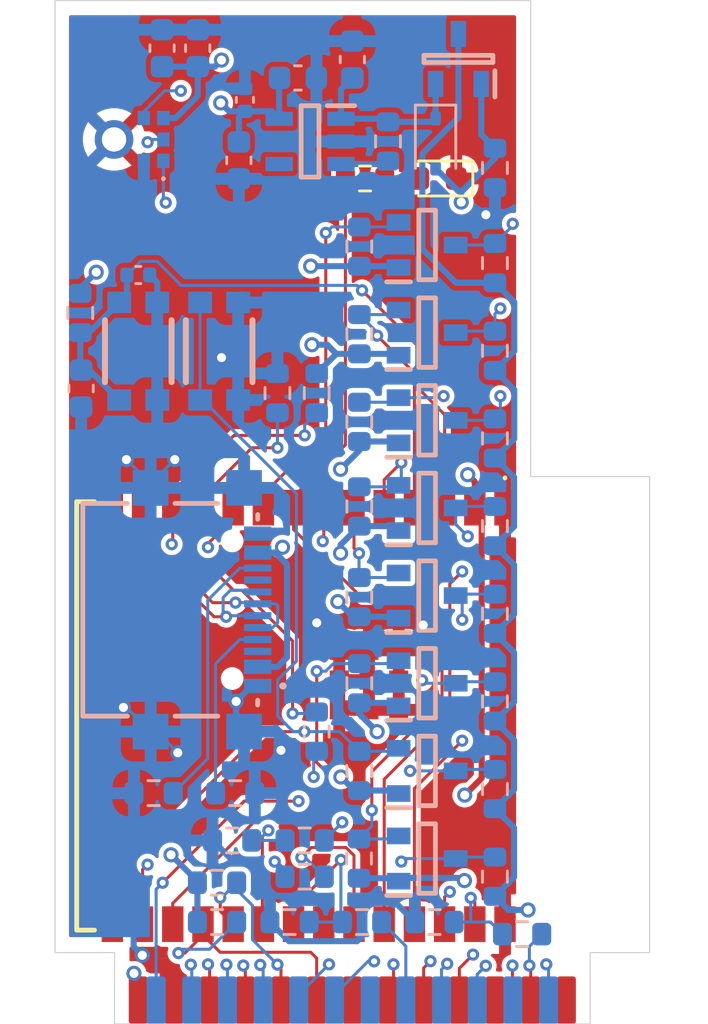
<source format=kicad_pcb>
(kicad_pcb (version 20241229) (generator "pcbnew") (generator_version "9.0")
  (layers (0 "F.Cu" signal) (4 "In1.Cu" signal) (6 "In2.Cu" signal) (2 "B.Cu" signal) (13 "F.Paste" user) (15 "B.Paste" user) (5 "F.SilkS" user "F.Silkscreen") (7 "B.SilkS" user "B.Silkscreen") (1 "F.Mask" user) (3 "B.Mask" user) (25 "Edge.Cuts" user))
  (net 0 "")
  (net 2 "GND")
  (net 3 "/EN")
  (net 4 "+3.3V")
  (net 5 "+5.31V")
  (net 6 "/RXD0")
  (net 7 "/IO15")
  (net 8 "/IO20")
  (net 9 "/IO21")
  (net 10 "/IO8")
  (net 11 "/IO10")
  (net 12 "/TXD0")
  (net 13 "/IO12")
  (net 14 "/IO6")
  (net 15 "/IO11")
  (net 16 "/IO1")
  (net 17 "/IO23")
  (net 18 "/IO19")
  (net 19 "/IO5")
  (net 20 "/IO3")
  (net 21 "/IO13")
  (net 22 "/IO0")
  (net 23 "/IO22")
  (net 24 "/IO4")
  (net 25 "/IO18")
  (net 26 "/IO7")
  (net 27 "Net-(IC2-EN)")
  (net 29 "/{slash}INIT")
  (net 30 "/D2_(SDO)")
  (net 31 "/GEAR_ROT")
  (net 34 "/D3_(SCLK)")
  (net 35 "/D0")
  (net 36 "/LIGHT")
  (net 37 "/TILT")
  (net 38 "/{slash}RTS_(SDI)")
  (net 39 "/GEAR_LED")
  (net 40 "/D1")
  (net 41 "/{slash}CTS")
  (net 43 "/IO2")
  (net 46 "Net-(J1-CC2)")
  (net 47 "V_USB")
  (net 49 "Net-(J1-CC1)")
  (net 50 "/{slash}POWER_DOWN")
  (net 51 "Net-(D1-K)")
  (net 52 "Net-(D2-A)")
  (net 53 "/IO9")
  (footprint "TheSPIRITBoard:FURBY" (layer "F.Cu") (at 140 122)
    (property "Reference" "U1" (hide yes))
    (property "Value" "~" (hide yes))
    (fp_line (start 0 -20) (end 20 -20) (stroke (width 0.05)) (layer "Edge.Cuts"))
    (fp_line (start 0 20) (end 0 -20) (stroke (width 0.05)) (layer "Edge.Cuts"))
    (fp_line (start 2.5 20) (end 0 20) (stroke (width 0.05)) (layer "Edge.Cuts"))
    (fp_line (start 2.5 23) (end 2.5 20) (stroke (width 0.05)) (layer "Edge.Cuts"))
    (fp_line (start 20 -20) (end 20 0) (stroke (width 0.05)) (layer "Edge.Cuts"))
    (fp_line (start 20 0) (end 25 0) (stroke (width 0.05)) (layer "Edge.Cuts"))
    (fp_line (start 22.5 20) (end 22.5 23) (stroke (width 0.05)) (layer "Edge.Cuts"))
    (fp_line (start 22.5 23) (end 2.5 23) (stroke (width 0.05)) (layer "Edge.Cuts"))
    (fp_line (start 25 0) (end 25 20) (stroke (width 0.05)) (layer "Edge.Cuts"))
    (fp_line (start 25 20) (end 22.5 20) (stroke (width 0.05)) (layer "Edge.Cuts"))
  )
  (footprint "LED_SMD:LED_0603_1608Metric" (layer "F.Cu") (at 156.083 109.474 180)
    (property "Reference" "D2" (hide yes))
    (property "Value" "LED" (hide yes))
  )
  (footprint "Resistor_SMD:R_0603_1608Metric" (layer "F.Cu") (at 153.035 109.474)
    (property "Reference" "R34" (hide yes))
    (property "Value" "5.1k" (hide yes))
  )
  (footprint "TheSPIRITBoard:ESP32C6WROOM1N8" (layer "F.Cu") (at 153.66 132.055 -90)
    (property "Reference" "IC1" (hide yes))
    (property "Value" "ESP32-C6-WROOM-1-N8" (hide yes))
  )
  (footprint "Resistor_SMD:R_0603_1608Metric" (layer "B.Cu") (at 150.495 138.811)
    (property "Reference" "R3" (hide yes))
    (property "Value" "4.7k" (hide yes))
  )
  (footprint "Resistor_SMD:R_0603_1608Metric" (layer "B.Cu") (at 152.781 138.049 90)
    (property "Reference" "R4" (hide yes))
    (property "Value" "10k" (hide yes))
  )
  (footprint "TheSPIRITBoard:SOT95P240X120-3N" (layer "B.Cu") (at 155.645 115.951)
    (property "Reference" "Q4" (hide yes))
    (property "Value" "BSS138" (hide yes))
  )
  (footprint "Capacitor_SMD:C_0603_1608Metric" (layer "B.Cu") (at 141.097 118.3 -90)
    (property "Reference" "C1" (hide yes))
    (property "Value" "1uF" (hide yes))
  )
  (footprint "Resistor_SMD:R_0603_1608Metric" (layer "B.Cu") (at 144.145 135.3 180)
    (property "Reference" "R30" (hide yes))
    (property "Value" "5.1k" (hide yes))
  )
  (footprint "TheSPIRITBoard:SOT96P240X110-3N" (layer "B.Cu") (at 156.96 104.45 90)
    (property "Reference" "Q9" (hide yes))
    (property "Value" "DMG3415U-7" (hide yes))
  )
  (footprint "Resistor_SMD:R_0603_1608Metric" (layer "B.Cu") (at 141.062 115.125 -90)
    (property "Reference" "R1" (hide yes))
    (property "Value" "5.1k" (hide yes))
  )
  (footprint "Resistor_SMD:R_0603_1608Metric" (layer "B.Cu") (at 155.956 140.716)
    (property "Reference" "R13" (hide yes))
    (property "Value" "31k" (hide yes))
  )
  (footprint "TheSPIRITBoard:SOT95P240X120-3N" (layer "B.Cu") (at 155.645 138.049)
    (property "Reference" "Q1" (hide yes))
    (property "Value" "BSS138" (hide yes))
  )
  (footprint "Resistor_SMD:R_0603_1608Metric" (layer "B.Cu") (at 152.794 112.334 90)
    (property "Reference" "R10" (hide yes))
    (property "Value" "10k" (hide yes))
  )
  (footprint "TheSPIRITBoard:KMR_2" (layer "B.Cu") (at 143.5 116.731 -90)
    (property "Reference" "S1" (hide yes))
    (property "Value" "KMR211G_LFS" (hide yes))
  )
  (footprint "Capacitor_SMD:C_0603_1608Metric" (layer "B.Cu") (at 146 104 -90)
    (property "Reference" "C7" (hide yes))
    (property "Value" "0.1uF" (hide yes))
  )
  (footprint "Resistor_SMD:R_0603_1608Metric" (layer "B.Cu") (at 152.794 127.066 90)
    (property "Reference" "R20" (hide yes))
    (property "Value" "10k" (hide yes))
  )
  (footprint "Resistor_SMD:R_0603_1608Metric" (layer "B.Cu") (at 158.496 135.128 90)
    (property "Reference" "R28" (hide yes))
    (property "Value" "10k" (hide yes))
  )
  (footprint "TheSPIRITBoard:RAHUC31AUTR" (layer "B.Cu") (at 145.133 127.595 90)
    (property "Reference" "J1" (hide yes))
    (property "Value" "RAHUC31AUTR" (hide yes))
  )
  (footprint "TheSPIRITBoard:SOT95P240X120-3N" (layer "B.Cu") (at 155.645 130.683)
    (property "Reference" "Q8" (hide yes))
    (property "Value" "BSS138" (hide yes))
  )
  (footprint "Resistor_SMD:R_0603_1608Metric" (layer "B.Cu") (at 158.496 113.03 90)
    (property "Reference" "R11" (hide yes))
    (property "Value" "10k" (hide yes))
  )
  (footprint "TheSPIRITBoard:SOT95P240X120-3N" (layer "B.Cu") (at 155.645 134.366)
    (property "Reference" "Q7" (hide yes))
    (property "Value" "BSS138" (hide yes))
  )
  (footprint "Resistor_SMD:R_0603_1608Metric" (layer "B.Cu") (at 152.908 140.716 180)
    (property "Reference" "R6" (hide yes))
    (property "Value" "3.8k" (hide yes))
  )
  (footprint "Resistor_SMD:R_0603_1608Metric" (layer "B.Cu") (at 151.003 118.491 -90)
    (property "Reference" "R24" (hide yes))
    (property "Value" "4.7k" (hide yes))
  )
  (footprint "Resistor_SMD:R_0603_1608Metric" (layer "B.Cu") (at 147.447 137.287 180)
    (property "Reference" "R9" (hide yes))
    (property "Value" "4.7k" (hide yes))
  )
  (footprint "Capacitor_SMD:C_0603_1608Metric" (layer "B.Cu") (at 150.214 105.25 180)
    (property "Reference" "C6" (hide yes))
    (property "Value" "10uF" (hide yes))
  )
  (footprint "Resistor_SMD:R_0603_1608Metric" (layer "B.Cu") (at 158.496 127.762 90)
    (property "Reference" "R21" (hide yes))
    (property "Value" "10k" (hide yes))
  )
  (footprint "Resistor_SMD:R_0603_1608Metric" (layer "B.Cu") (at 149.352 118.491 -90)
    (property "Reference" "R26" (hide yes))
    (property "Value" "6.2k" (hide yes))
  )
  (footprint "Resistor_SMD:R_0603_1608Metric" (layer "B.Cu") (at 150.495 137.287)
    (property "Reference" "R8" (hide yes))
    (property "Value" "4.7k" (hide yes))
  )
  (footprint "Capacitor_SMD:C_0603_1608Metric" (layer "B.Cu") (at 144.5 104 -90)
    (property "Reference" "C8" (hide yes))
    (property "Value" "1uF" (hide yes))
  )
  (footprint "Resistor_SMD:R_0603_1608Metric" (layer "B.Cu") (at 152.794 130.683 90)
    (property "Reference" "R31" (hide yes))
    (property "Value" "10k" (hide yes))
  )
  (footprint "Resistor_SMD:R_0603_1608Metric" (layer "B.Cu") (at 146.812 139.065)
    (property "Reference" "R23" (hide yes))
    (property "Value" "4.7k" (hide yes))
  )
  (footprint "Resistor_SMD:R_0603_1608Metric" (layer "B.Cu") (at 158.496 124.079 90)
    (property "Reference" "R19" (hide yes))
    (property "Value" "10k" (hide yes))
  )
  (footprint "TheSPIRITBoard:SOT95P240X120-3N" (layer "B.Cu") (at 155.645 119.634)
    (property "Reference" "Q3" (hide yes))
    (property "Value" "BSS138" (hide yes))
  )
  (footprint "TheSPIRITBoard:SOT95P240X120-3N" (layer "B.Cu") (at 155.645 112.268)
    (property "Reference" "Q2" (hide yes))
    (property "Value" "BSS138" (hide yes))
  )
  (footprint "Resistor_SMD:R_0603_1608Metric" (layer "B.Cu") (at 152.794 116.017 90)
    (property "Reference" "R16" (hide yes))
    (property "Value" "10k" (hide yes))
  )
  (footprint "TheSPIRITBoard:SOT95P240X120-3N" (layer "B.Cu") (at 155.645 127)
    (property "Reference" "Q6" (hide yes))
    (property "Value" "BSS138" (hide yes))
  )
  (footprint "Resistor_SMD:R_0603_1608Metric" (layer "B.Cu") (at 158.496 116.713 90)
    (property "Reference" "R17" (hide yes))
    (property "Value" "10k" (hide yes))
  )
  (footprint "Resistor_SMD:R_0603_1608Metric" (layer "B.Cu") (at 158.496 109.03 90)
    (property "Reference" "R33" (hide yes))
    (property "Value" "100k" (hide yes))
  )
  (footprint "Resistor_SMD:R_0603_1608Metric" (layer "B.Cu") (at 146.812 140.716)
    (property "Reference" "R22" (hide yes))
    (property "Value" "4.7k" (hide yes))
  )
  (footprint "Resistor_SMD:R_0603_1608Metric" (layer "B.Cu") (at 152.794 119.7 90)
    (property "Reference" "R14" (hide yes))
    (property "Value" "10k" (hide yes))
  )
  (footprint "Resistor_SMD:R_0603_1608Metric" (layer "B.Cu") (at 158.496 120.396 90)
    (property "Reference" "R15" (hide yes))
    (property "Value" "10k" (hide yes))
  )
  (footprint "Resistor_SMD:R_0603_1608Metric" (layer "B.Cu") (at 152.794 123.256 90)
    (property "Reference" "R18" (hide yes))
    (property "Value" "10k" (hide yes))
  )
  (footprint "Resistor_SMD:R_0603_1608Metric" (layer "B.Cu") (at 152.794 134.366 90)
    (property "Reference" "R27" (hide yes))
    (property "Value" "10k" (hide yes))
  )
  (footprint "TheSPIRITBoard:SOT95P285X140-5N" (layer "B.Cu") (at 150.722 107.917 180)
    (property "Reference" "IC2" (hide yes))
    (property "Value" "AP2112K-3.3TRG1" (hide yes))
  )
  (footprint "Capacitor_SMD:C_0603_1608Metric" (layer "B.Cu") (at 147.73 108.712 -90)
    (property "Reference" "C4" (hide yes))
    (property "Value" "10uF" (hide yes))
  )
  (footprint "Resistor_SMD:R_0603_1608Metric" (layer "B.Cu") (at 158.496 138.811 90)
    (property "Reference" "R5" (hide yes))
    (property "Value" "2.2k" (hide yes))
  )
  (footprint "Capacitor_SMD:C_0603_1608Metric" (layer "B.Cu") (at 152.5 104.475 -90)
    (property "Reference" "C5" (hide yes))
    (property "Value" "10uF" (hide yes))
  )
  (footprint "Capacitor_SMD:C_0402_1005Metric" (layer "B.Cu") (at 147.984 106.172 90)
    (property "Reference" "C3" (hide yes))
    (property "Value" "0.1uF" (hide yes))
  )
  (footprint "TheSPIRITBoard:SOT95P240X120-3N" (layer "B.Cu") (at 155.645 123.317)
    (property "Reference" "Q5" (hide yes))
    (property "Value" "BSS138" (hide yes))
  )
  (footprint "Capacitor_SMD:C_0402_1005Metric" (layer "B.Cu") (at 143.5 113.531)
    (property "Reference" "C2" (hide yes))
    (property "Value" "0.1uF" (hide yes))
  )
  (footprint "Diode_SMD:D_SOD-323" (layer "B.Cu") (at 156 108 -90)
    (property "Reference" "D1" (hide yes))
    (property "Value" "B0530WSHE3-TP" (hide yes))
  )
  (footprint "TheSPIRITBoard:KMR_2" (layer "B.Cu") (at 146.901 116.731 -90)
    (property "Reference" "S2" (hide yes))
    (property "Value" "KMR211G_LFS" (hide yes))
  )
  (footprint "Resistor_SMD:R_0603_1608Metric" (layer "B.Cu") (at 147.574 135.3 180)
    (property "Reference" "R29" (hide yes))
    (property "Value" "5.1k" (hide yes))
  )
  (footprint "Resistor_SMD:R_0603_1608Metric" (layer "B.Cu") (at 154 107.917 -90)
    (property "Reference" "R2" (hide yes))
    (property "Value" "100k" (hide yes))
  )
  (footprint "Resistor_SMD:R_0603_1608Metric" (layer "B.Cu") (at 159.639 141.224 180)
    (property "Reference" "R12" (hide yes))
    (property "Value" "19k" (hide yes))
  )
  (footprint "TheSPIRITBoard:ICS43434" (layer "B.Cu") (at 143.191 107.834 180)
    (property "Reference" "IC3" (hide yes))
    (property "Value" "ICS-43434" (hide yes))
  )
  (footprint "Resistor_SMD:R_0603_1608Metric" (layer "B.Cu") (at 158.496 131.445 90)
    (property "Reference" "R32" (hide yes))
    (property "Value" "10k" (hide yes))
  )
  (footprint "Resistor_SMD:R_0603_1608Metric" (layer "B.Cu") (at 151.003 132.715 90)
    (property "Reference" "R25" (hide yes))
    (property "Value" "3.8k" (hide yes))
  )
  (footprint "Resistor_SMD:R_0603_1608Metric" (layer "B.Cu") (at 149.86 140.716)
    (property "Reference" "R7" (hide yes))
    (property "Value" "6.2k" (hide yes))
  )
  (segment (start 154.45 129.268) (end 155.480963 128.237037) (width 0.256) (layer "F.Cu") (net 2))
  (segment (start 154.45 129.3) (end 154.45 129.268) (width 0.256) (layer "F.Cu") (net 2))
  (segment (start 144.113 142.113) (end 143.668 142.113) (width 0.256) (layer "F.Cu") (net 2))
  (segment (start 151.95 129.09) (end 151.003 128.143) (width 0.256) (layer "F.Cu") (net 2))
  (segment (start 145 143) (end 144.113 142.113) (width 0.256) (layer "F.Cu") (net 2))
  (segment (start 151.95 129.3) (end 151.95 129.09) (width 0.256) (layer "F.Cu") (net 2))
  (segment (start 145 144) (end 145 143) (width 0.256) (layer "F.Cu") (net 2))
  (via (at 155.480963 128.237037) (size 0.637) (drill 0.381) (layers "F.Cu" "B.Cu") (net 2))
  (via (at 143.668 142.113) (size 0.637) (drill 0.381) (layers "F.Cu" "B.Cu") (net 2))
  (via (at 145.161 133.604) (size 0.637) (drill 0.381) (layers "F.Cu" "B.Cu") (net 2))
  (via (at 158.115 110.998) (size 0.637) (drill 0.381) (layers "F.Cu" "B.Cu") (net 2))
  (via (at 147 117) (size 0.637) (drill 0.381) (layers "F.Cu" "B.Cu") (net 2))
  (via (at 142.875 131.699) (size 0.637) (drill 0.381) (layers "F.Cu" "B.Cu") (net 2))
  (via (at 149.5 133.5) (size 0.637) (drill 0.381) (layers "F.Cu" "B.Cu") (net 2))
  (via (at 145.034 121.285) (size 0.637) (drill 0.381) (layers "F.Cu" "B.Cu") (net 2))
  (via (at 147.6145 131.445) (size 0.637) (drill 0.381) (layers "F.Cu" "B.Cu") (net 2))
  (via (at 151.003 128.143) (size 0.637) (drill 0.381) (layers "F.Cu" "B.Cu") (net 2))
  (via (at 143.002 121.285) (size 0.637) (drill 0.381) (layers "F.Cu" "B.Cu") (net 2))
  (segment (start 148.2645 130.795) (end 147.6145 131.445) (width 0.256) (layer "B.Cu") (net 2))
  (segment (start 144.018 122.475) (end 144.018 122.301) (width 0.127) (layer "B.Cu") (net 2))
  (segment (start 149.035 140.716) (end 149.839 141.52) (width 0.256) (layer "B.Cu") (net 2))
  (segment (start 148.523 130.795) (end 148.2645 130.795) (width 0.256) (layer "B.Cu") (net 2))
  (segment (start 149.035 140.716) (end 149.035 139.764) (width 0.256) (layer "B.Cu") (net 2))
  (segment (start 152.699662 141.52) (end 153.004 141.215662) (width 0.256) (layer "B.Cu") (net 2))
  (segment (start 149.035 139.764) (end 148.366 139.095) (width 0.256) (layer "B.Cu") (net 2))
  (segment (start 154.327 139.912) (end 155.131 140.716) (width 0.256) (layer "B.Cu") (net 2))
  (segment (start 153.308338 139.912) (end 154.327 139.912) (width 0.256) (layer "B.Cu") (net 2))
  (segment (start 143.306 141.751) (end 143.306 138.060685) (width 0.256) (layer "B.Cu") (net 2))
  (segment (start 144.272 132.715) (end 145.161 133.604) (width 0.127) (layer "B.Cu") (net 2))
  (segment (start 144.018 132.715) (end 143.002 131.699) (width 0.127) (layer "B.Cu") (net 2))
  (segment (start 147.426 138.091) (end 146.622 137.287) (width 0.256) (layer "B.Cu") (net 2))
  (segment (start 144.122722 137.243963) (end 146.578963 137.243963) (width 0.256) (layer "B.Cu") (net 2))
  (segment (start 143.668 142.113) (end 143.306 141.751) (width 0.256) (layer "B.Cu") (net 2))
  (segment (start 143.306 138.060685) (end 144.122722 137.243963) (width 0.256) (layer "B.Cu") (net 2))
  (segment (start 144.3 113.851) (end 143.98 113.531) (width 0.256) (layer "B.Cu") (net 2))
  (segment (start 158.496 110.617) (end 158.115 110.998) (width 0.256) (layer "B.Cu") (net 2))
  (segment (start 144.3 114.681) (end 144.3 113.851) (width 0.256) (layer "B.Cu") (net 2))
  (segment (start 148.366 138.565338) (end 147.891662 138.091) (width 0.256) (layer "B.Cu") (net 2))
  (segment (start 158.496 109.855) (end 158.496 110.617) (width 0.256) (layer "B.Cu") (net 2))
  (segment (start 147.6145 131.445) (end 147.6145 132.3815) (width 0.256) (layer "B.Cu") (net 2))
  (segment (start 144.018 132.715) (end 144.272 132.715) (width 0.127) (layer "B.Cu") (net 2))
  (segment (start 147.891662 138.091) (end 147.426 138.091) (width 0.256) (layer "B.Cu") (net 2))
  (segment (start 153.004 141.215662) (end 153.004 140.216338) (width 0.256) (layer "B.Cu") (net 2))
  (segment (start 153.004 140.216338) (end 153.308338 139.912) (width 0.256) (layer "B.Cu") (net 2))
  (segment (start 144.018 122.301) (end 145.034 121.285) (width 0.127) (layer "B.Cu") (net 2))
  (segment (start 149.839 141.52) (end 152.699662 141.52) (width 0.256) (layer "B.Cu") (net 2))
  (segment (start 144.018 122.301) (end 143.002 121.285) (width 0.127) (layer "B.Cu") (net 2))
  (segment (start 147.6145 132.3815) (end 147.948 132.715) (width 0.256) (layer "B.Cu") (net 2))
  (segment (start 148.366 139.095) (end 148.366 138.565338) (width 0.256) (layer "B.Cu") (net 2))
  (segment (start 146.578963 137.243963) (end 146.622 137.287) (width 0.256) (layer "B.Cu") (net 2))
  (segment (start 143.002 131.699) (end 142.875 131.699) (width 0.127) (layer "B.Cu") (net 2))
  (segment (start 155.438 118.455099) (end 155.438 116.703) (width 0.127) (layer "F.Cu") (net 3))
  (segment (start 156.38 119.397099) (end 155.438 118.455099) (width 0.127) (layer "F.Cu") (net 3))
  (segment (start 156.38 123.305) (end 156.38 119.397099) (width 0.127) (layer "F.Cu") (net 3))
  (segment (start 155.438 116.703) (end 152.908 114.173) (width 0.127) (layer "F.Cu") (net 3))
  (via (at 152.908 114.173) (size 0.512) (drill 0.256) (layers "F.Cu" "B.Cu") (net 3))
  (segment (start 152.7015 113.9665) (end 145.30143 113.9665) (width 0.127) (layer "B.Cu") (net 3))
  (segment (start 152.908 114.173) (end 152.7015 113.9665) (width 0.127) (layer "B.Cu") (net 3))
  (segment (start 141.431 115.95) (end 142.7 114.681) (width 0.256) (layer "B.Cu") (net 3))
  (segment (start 141.062 117.49) (end 141.097 117.525) (width 0.256) (layer "B.Cu") (net 3))
  (segment (start 144.29143 112.9565) (end 143.5945 112.9565) (width 0.127) (layer "B.Cu") (net 3))
  (segment (start 141.097 117.525) (end 141.444 117.525) (width 0.256) (layer "B.Cu") (net 3))
  (segment (start 145.30143 113.9665) (end 144.29143 112.9565) (width 0.127) (layer "B.Cu") (net 3))
  (segment (start 141.062 115.95) (end 141.431 115.95) (width 0.256) (layer "B.Cu") (net 3))
  (segment (start 143.02 114.361) (end 142.7 114.681) (width 0.256) (layer "B.Cu") (net 3))
  (segment (start 143.5945 112.9565) (end 143.02 113.531) (width 0.127) (layer "B.Cu") (net 3))
  (segment (start 143.02 113.531) (end 143.02 114.361) (width 0.256) (layer "B.Cu") (net 3))
  (segment (start 141.444 117.525) (end 142.7 118.781) (width 0.256) (layer "B.Cu") (net 3))
  (segment (start 141.062 115.95) (end 141.062 117.49) (width 0.256) (layer "B.Cu") (net 3))
  (segment (start 157.938 134.67) (end 157.938 123.593) (width 0.256) (layer "F.Cu") (net 4))
  (segment (start 157.65 123.305) (end 157.65 122.217) (width 0.256) (layer "F.Cu") (net 4))
  (segment (start 157.65 122.217) (end 157.353 121.92) (width 0.256) (layer "F.Cu") (net 4))
  (segment (start 157.226 135.382) (end 157.938 134.67) (width 0.256) (layer "F.Cu") (net 4))
  (segment (start 157.938 123.593) (end 157.65 123.305) (width 0.256) (layer "F.Cu") (net 4))
  (via (at 152.00575 121.693324) (size 0.637) (drill 0.381) (layers "F.Cu" "B.Cu") (net 4))
  (via (at 153.543 132.718502) (size 0.637) (drill 0.381) (layers "F.Cu" "B.Cu") (net 4))
  (via (at 152.019 134.62) (size 0.637) (drill 0.381) (layers "F.Cu" "B.Cu") (net 4))
  (via (at 149.2365 138.179076) (size 0.512) (drill 0.256) (layers "F.Cu" "B.Cu") (net 4))
  (via (at 157.214307 138.972496) (size 0.637) (drill 0.381) (layers "F.Cu" "B.Cu") (net 4))
  (via (at 144.876463 137.891463) (size 0.637) (drill 0.381) (layers "F.Cu" "B.Cu") (net 4))
  (via (at 141.732 113.411) (size 0.637) (drill 0.381) (layers "F.Cu" "B.Cu") (net 4))
  (via (at 147 104.5) (size 0.637) (drill 0.381) (layers "F.Cu" "B.Cu") (net 4))
  (via (at 157.353 121.92) (size 0.637) (drill 0.381) (layers "F.Cu" "B.Cu") (net 4))
  (via (at 151.892 127.254) (size 0.637) (drill 0.381) (layers "F.Cu" "B.Cu") (net 4))
  (via (at 152.006497 125.222) (size 0.637) (drill 0.381) (layers "F.Cu" "B.Cu") (net 4))
  (via (at 150.749 113.157) (size 0.637) (drill 0.381) (layers "F.Cu" "B.Cu") (net 4))
  (via (at 146.968 106.299) (size 0.637) (drill 0.381) (layers "F.Cu" "B.Cu") (net 4))
  (via (at 157.226 135.382) (size 0.637) (drill 0.381) (layers "F.Cu" "B.Cu") (net 4))
  (via (at 150.802 116.459) (size 0.637) (drill 0.381) (layers "F.Cu" "B.Cu") (net 4))
  (segment (start 152.794 124.081) (end 152.006497 124.868503) (width 0.256) (layer "B.Cu") (net 4))
  (segment (start 154.386 120.525) (end 154.445 120.584) (width 0.256) (layer "B.Cu") (net 4))
  (segment (start 154.32 138.874) (end 154.445 138.999) (width 0.256) (layer "B.Cu") (net 4))
  (segment (start 152.794 131.508) (end 152.794 131.969502) (width 0.256) (layer "B.Cu") (net 4))
  (segment (start 146 104.775) (end 146 106.006) (width 0.256) (layer "B.Cu") (net 4))
  (segment (start 149.107 106.652) (end 149.422 106.967) (width 0.256) (layer "B.Cu") (net 4))
  (segment (start 152.794 124.081) (end 154.259 124.081) (width 0.256) (layer "B.Cu") (net 4))
  (segment (start 154.445 138.999) (end 154.583 138.861) (width 0.256) (layer "B.Cu") (net 4))
  (segment (start 141.062 114.3) (end 141.062 114.081) (width 0.256) (layer "B.Cu") (net 4))
  (segment (start 141.062 114.081) (end 141.732 113.411) (width 0.256) (layer "B.Cu") (net 4))
  (segment (start 154.386 116.842) (end 154.445 116.901) (width 0.256) (layer "B.Cu") (net 4))
  (segment (start 144.5 104.775) (end 146 104.775) (width 0.256) (layer "B.Cu") (net 4))
  (segment (start 152.59 135.191) (end 152.019 134.62) (width 0.256) (layer "B.Cu") (net 4))
  (segment (start 145.987 139.065) (end 145.987 139.002) (width 0.256) (layer "B.Cu") (net 4))
  (segment (start 154.32 135.191) (end 154.445 135.316) (width 0.256) (layer "B.Cu") (net 4))
  (segment (start 149.422 106.967) (end 149.422 105.267) (width 0.256) (layer "B.Cu") (net 4))
  (segment (start 154.386 127.891) (end 154.445 127.95) (width 0.256) (layer "B.Cu") (net 4))
  (segment (start 152.794 127.891) (end 152.529 127.891) (width 0.256) (layer "B.Cu") (net 4))
  (segment (start 152.794 113.159) (end 154.386 113.159) (width 0.256) (layer "B.Cu") (net 4))
  (segment (start 152.794 127.891) (end 154.386 127.891) (width 0.256) (layer "B.Cu") (net 4))
  (segment (start 152.794 135.191) (end 152.59 135.191) (width 0.256) (layer "B.Cu") (net 4))
  (segment (start 147.321 106.652) (end 146.968 106.299) (width 0.256) (layer "B.Cu") (net 4))
  (segment (start 152.781 138.874) (end 154.32 138.874) (width 0.256) (layer "B.Cu") (net 4))
  (segment (start 149.67 138.811) (end 149.67 138.612576) (width 0.256) (layer "B.Cu") (net 4))
  (segment (start 147.984 106.652) (end 149.107 106.652) (width 0.256) (layer "B.Cu") (net 4))
  (segment (start 152.794 131.508) (end 154.32 131.508) (width 0.256) (layer "B.Cu") (net 4))
  (segment (start 147.984 106.652) (end 147.321 106.652) (width 0.256) (layer "B.Cu") (net 4))
  (segment (start 152.006497 124.868503) (end 152.006497 125.222) (width 0.256) (layer "B.Cu") (net 4))
  (segment (start 145.072 106.934) (end 144.555 106.934) (width 0.256) (layer "B.Cu") (net 4))
  (segment (start 151.444 116.459) (end 150.802 116.459) (width 0.256) (layer "B.Cu") (net 4))
  (segment (start 152.794 116.842) (end 151.827 116.842) (width 0.256) (layer "B.Cu") (net 4))
  (segment (start 152.794 120.525) (end 154.386 120.525) (width 0.256) (layer "B.Cu") (net 4))
  (segment (start 152.794 135.191) (end 154.32 135.191) (width 0.256) (layer "B.Cu") (net 4))
  (segment (start 147.73 106.906) (end 147.984 106.652) (width 0.256) (layer "B.Cu") (net 4))
  (segment (start 145.987 139.002) (end 144.876463 137.891463) (width 0.256) (layer "B.Cu") (net 4))
  (segment (start 152.794 116.842) (end 154.386 116.842) (width 0.256) (layer "B.Cu") (net 4))
  (segment (start 145.987 140.716) (end 145.987 139.065) (width 0.256) (layer "B.Cu") (net 4))
  (segment (start 152.794 113.159) (end 150.751 113.159) (width 0.256) (layer "B.Cu") (net 4))
  (segment (start 152.529 127.891) (end 151.892 127.254) (width 0.256) (layer "B.Cu") (net 4))
  (segment (start 151.827 116.842) (end 151.444 116.459) (width 0.256) (layer "B.Cu") (net 4))
  (segment (start 150.751 113.159) (end 150.749 113.157) (width 0.256) (layer "B.Cu") (net 4))
  (segment (start 149.422 105.267) (end 149.439 105.25) (width 0.256) (layer "B.Cu") (net 4))
  (segment (start 146.725 104.775) (end 147 104.5) (width 0.256) (layer "B.Cu") (net 4))
  (segment (start 149.67 138.612576) (end 149.2365 138.179076) (width 0.256) (layer "B.Cu") (net 4))
  (segment (start 154.32 131.508) (end 154.445 131.633) (width 0.256) (layer "B.Cu") (net 4))
  (segment (start 146 106.006) (end 145.072 106.934) (width 0.256) (layer "B.Cu") (net 4))
  (segment (start 146 104.775) (end 146.725 104.775) (width 0.256) (layer "B.Cu") (net 4))
  (segment (start 152.794 120.905074) (end 152.00575 121.693324) (width 0.256) (layer "B.Cu") (net 4))
  (segment (start 152.794 131.969502) (end 153.543 132.718502) (width 0.256) (layer "B.Cu") (net 4))
  (segment (start 152.794 120.525) (end 152.794 120.905074) (width 0.256) (layer "B.Cu") (net 4))
  (segment (start 154.259 124.081) (end 154.445 124.267) (width 0.256) (layer "B.Cu") (net 4))
  (segment (start 157.102811 138.861) (end 157.214307 138.972496) (width 0.256) (layer "B.Cu") (net 4))
  (segment (start 154.386 113.159) (end 154.445 113.218) (width 0.256) (layer "B.Cu") (net 4))
  (segment (start 147.73 107.937) (end 147.73 106.906) (width 0.256) (layer "B.Cu") (net 4))
  (segment (start 154.583 138.861) (end 157.102811 138.861) (width 0.256) (layer "B.Cu") (net 4))
  (segment (start 151.827 116.842) (end 151.003 117.666) (width 0.256) (layer "B.Cu") (net 4))
  (segment (start 143.5 144) (end 143.5 143.055039) (width 0.256) (layer "F.Cu") (net 5))
  (segment (start 143.5 143.055039) (end 143.3185 142.873539) (width 0.256) (layer "F.Cu") (net 5))
  (via (at 143.3185 142.873539) (size 0.637) (drill 0.381) (layers "F.Cu" "B.Cu") (net 5))
  (via (at 159.888502 140.208) (size 0.637) (drill 0.381) (layers "F.Cu" "B.Cu") (net 5))
  (segment (start 159.3 125.708) (end 158.496 124.904) (width 0.256) (layer "B.Cu") (net 5))
  (segment (start 159.3 133.074) (end 158.496 132.27) (width 0.256) (layer "B.Cu") (net 5))
  (segment (start 158.496 124.904) (end 159.3 124.1) (width 0.256) (layer "B.Cu") (net 5))
  (segment (start 159.3 124.1) (end 159.3 122.025) (width 0.256) (layer "B.Cu") (net 5))
  (segment (start 159.3 135.149) (end 159.3 133.074) (width 0.256) (layer "B.Cu") (net 5))
  (segment (start 158.496 132.27) (end 159.3 131.466) (width 0.256) (layer "B.Cu") (net 5))
  (segment (start 159.3 129.391) (end 158.496 128.587) (width 0.256) (layer "B.Cu") (net 5))
  (segment (start 159.3 122.025) (end 158.496 121.221) (width 0.256) (layer "B.Cu") (net 5))
  (segment (start 158.496 139.636) (end 159.3 138.832) (width 0.256) (layer "B.Cu") (net 5))
  (segment (start 159.3095 114.6685) (end 158.496 113.855) (width 0.256) (layer "B.Cu") (net 5))
  (segment (start 155.446 112.446) (end 155.446 108.431492) (width 0.256) (layer "B.Cu") (net 5))
  (segment (start 159.3095 120.4075) (end 159.3095 118.3515) (width 0.256) (layer "B.Cu") (net 5))
  (segment (start 159.3 138.832) (end 159.3 136.757) (width 0.256) (layer "B.Cu") (net 5))
  (segment (start 158.496 117.538) (end 159.3095 116.7245) (width 0.256) (layer "B.Cu") (net 5))
  (segment (start 159.3 127.783) (end 159.3 125.708) (width 0.256) (layer "B.Cu") (net 5))
  (segment (start 159.888502 140.208) (end 159.068 140.208) (width 0.256) (layer "B.Cu") (net 5))
  (segment (start 156.96 106.917492) (end 156.96 103.4) (width 0.256) (layer "B.Cu") (net 5))
  (segment (start 159.3 131.466) (end 159.3 129.391) (width 0.256) (layer "B.Cu") (net 5))
  (segment (start 159.3095 116.7245) (end 159.3095 114.6685) (width 0.256) (layer "B.Cu") (net 5))
  (segment (start 159.3095 118.3515) (end 158.496 117.538) (width 0.256) (layer "B.Cu") (net 5))
  (segment (start 158.496 121.221) (end 159.3095 120.4075) (width 0.256) (layer "B.Cu") (net 5))
  (segment (start 159.068 140.208) (end 158.496 139.636) (width 0.256) (layer "B.Cu") (net 5))
  (segment (start 159.3 136.757) (end 158.496 135.953) (width 0.256) (layer "B.Cu") (net 5))
  (segment (start 155.446 108.431492) (end 156.96 106.917492) (width 0.256) (layer "B.Cu") (net 5))
  (segment (start 158.496 128.587) (end 159.3 127.783) (width 0.256) (layer "B.Cu") (net 5))
  (segment (start 158.496 135.953) (end 159.3 135.149) (width 0.256) (layer "B.Cu") (net 5))
  (segment (start 156.855 113.855) (end 155.446 112.446) (width 0.256) (layer "B.Cu") (net 5))
  (segment (start 158.496 113.855) (end 156.855 113.855) (width 0.256) (layer "B.Cu") (net 5))
  (segment (start 156.599 131.959401) (end 156.599 126.5045) (width 0.127) (layer "F.Cu") (net 6))
  (segment (start 153.84 134.718401) (end 156.599 131.959401) (width 0.127) (layer "F.Cu") (net 6))
  (segment (start 156.599 126.5045) (end 157.1195 125.984) (width 0.127) (layer "F.Cu") (net 6))
  (segment (start 153.84 140.805) (end 153.84 134.718401) (width 0.127) (layer "F.Cu") (net 6))
  (via (at 144.653 110.49) (size 0.512) (drill 0.256) (layers "F.Cu" "B.Cu") (net 6))
  (via (at 157.1195 125.984) (size 0.512) (drill 0.256) (layers "F.Cu" "B.Cu") (net 6))
  (segment (start 144.555 110.392) (end 144.555 108.734) (width 0.127) (layer "B.Cu") (net 6))
  (segment (start 144.653 110.49) (end 144.555 110.392) (width 0.127) (layer "B.Cu") (net 6))
  (segment (start 152.57 137.920316) (end 152.234797 137.585113) (width 0.127) (layer "F.Cu") (net 7))
  (segment (start 152.57 140.805) (end 152.57 137.920316) (width 0.127) (layer "F.Cu") (net 7))
  (segment (start 152.234797 137.585113) (end 150.778844 137.585113) (width 0.127) (layer "F.Cu") (net 7))
  (segment (start 150.778844 137.585113) (end 150.3565 138.007457) (width 0.127) (layer "F.Cu") (net 7))
  (via (at 145.708389 142.506074) (size 0.512) (drill 0.256) (layers "F.Cu" "B.Cu") (net 7))
  (via (at 150.3565 138.007457) (size 0.512) (drill 0.256) (layers "F.Cu" "B.Cu") (net 7))
  (segment (start 150.3565 138.007457) (end 150.516457 138.007457) (width 0.127) (layer "B.Cu") (net 7))
  (segment (start 145.75 142.547685) (end 145.708389 142.506074) (width 0.127) (layer "B.Cu") (net 7))
  (segment (start 150.516457 138.007457) (end 151.32 138.811) (width 0.127) (layer "B.Cu") (net 7))
  (segment (start 145.75 144) (end 145.75 142.547685) (width 0.127) (layer "B.Cu") (net 7))
  (segment (start 150.749 141.986) (end 146.942 141.986) (width 0.127) (layer "F.Cu") (net 8))
  (segment (start 146.942 141.986) (end 146.22 141.264) (width 0.127) (layer "F.Cu") (net 8))
  (segment (start 145.464208 142.019792) (end 145.188315 142.019792) (width 0.127) (layer "F.Cu") (net 8))
  (segment (start 151 144) (end 151 142.237) (width 0.127) (layer "F.Cu") (net 8))
  (segment (start 151 142.237) (end 150.749 141.986) (width 0.127) (layer "F.Cu") (net 8))
  (segment (start 146.22 141.264) (end 145.464208 142.019792) (width 0.127) (layer "F.Cu") (net 8))
  (segment (start 146.22 141.264) (end 146.22 140.805) (width 0.127) (layer "F.Cu") (net 8))
  (via (at 145.188315 142.019792) (size 0.512) (drill 0.256) (layers "F.Cu" "B.Cu") (net 8))
  (segment (start 145.349107 141.859) (end 146.494 141.859) (width 0.127) (layer "B.Cu") (net 8))
  (segment (start 145.188315 142.019792) (end 145.349107 141.859) (width 0.127) (layer "B.Cu") (net 8))
  (segment (start 146.494 141.859) (end 147.637 140.716) (width 0.127) (layer "B.Cu") (net 8))
  (segment (start 146.945399 140.260399) (end 146.945399 139.691555) (width 0.127) (layer "F.Cu") (net 9))
  (segment (start 147.49 140.805) (end 146.945399 140.260399) (width 0.127) (layer "F.Cu") (net 9))
  (segment (start 149.5 142.6535) (end 149.352 142.5055) (width 0.127) (layer "F.Cu") (net 9))
  (segment (start 149.5 144) (end 149.5 142.6535) (width 0.127) (layer "F.Cu") (net 9))
  (via (at 146.945399 139.691555) (size 0.512) (drill 0.256) (layers "F.Cu" "B.Cu") (net 9))
  (via (at 149.352 142.5055) (size 0.512) (drill 0.256) (layers "F.Cu" "B.Cu") (net 9))
  (segment (start 149.352 142.5055) (end 148.3015 141.455) (width 0.127) (layer "B.Cu") (net 9))
  (segment (start 148.3015 141.455) (end 148.3015 140.020599) (width 0.127) (layer "B.Cu") (net 9))
  (segment (start 146.945399 139.691555) (end 147.010445 139.691555) (width 0.127) (layer "B.Cu") (net 9))
  (segment (start 147.010445 139.691555) (end 147.637 139.065) (width 0.127) (layer "B.Cu") (net 9))
  (segment (start 148.3015 140.020599) (end 147.637 139.356099) (width 0.127) (layer "B.Cu") (net 9))
  (segment (start 147.637 139.356099) (end 147.637 139.065) (width 0.127) (layer "B.Cu") (net 9))
  (segment (start 146.431 124.968) (end 146.431 124.81761) (width 0.127) (layer "F.Cu") (net 10))
  (segment (start 146.431 124.81761) (end 147.49 123.75861) (width 0.127) (layer "F.Cu") (net 10))
  (segment (start 147.49 123.75861) (end 147.49 123.305) (width 0.127) (layer "F.Cu") (net 10))
  (via (at 146.431 124.968) (size 0.512) (drill 0.256) (layers "F.Cu" "B.Cu") (net 10))
  (via (at 147.206201 142.5055) (size 0.512) (drill 0.256) (layers "F.Cu" "B.Cu") (net 10))
  (segment (start 147.25 142.549299) (end 147.206201 142.5055) (width 0.127) (layer "B.Cu") (net 10))
  (segment (start 147.25 144) (end 147.25 142.549299) (width 0.127) (layer "B.Cu") (net 10))
  (segment (start 148.2775 120.7885) (end 149.352 120.7885) (width 0.127) (layer "F.Cu") (net 11))
  (segment (start 147.858078 126.776078) (end 149.987 128.905) (width 0.127) (layer "F.Cu") (net 11))
  (segment (start 146.22 123.305) (end 146.22 122.846) (width 0.127) (layer "F.Cu") (net 11))
  (segment (start 145.9105 123.6145) (end 145.9105 125.183599) (width 0.127) (layer "F.Cu") (net 11))
  (segment (start 145.9105 125.183599) (end 147.502979 126.776078) (width 0.127) (layer "F.Cu") (net 11))
  (segment (start 146.22 123.305) (end 145.9105 123.6145) (width 0.127) (layer "F.Cu") (net 11))
  (segment (start 146.22 122.846) (end 148.2775 120.7885) (width 0.127) (layer "F.Cu") (net 11))
  (segment (start 147.502979 126.776078) (end 147.858078 126.776078) (width 0.127) (layer "F.Cu") (net 11))
  (segment (start 149.987 128.905) (end 149.987 131.953) (width 0.127) (layer "F.Cu") (net 11))
  (via (at 149.352 120.7885) (size 0.512) (drill 0.256) (layers "F.Cu" "B.Cu") (net 11))
  (via (at 149.987 131.953) (size 0.512) (drill 0.256) (layers "F.Cu" "B.Cu") (net 11))
  (segment (start 149.987 131.953) (end 150.94 131.953) (width 0.127) (layer "B.Cu") (net 11))
  (segment (start 150.94 131.953) (end 151.003 131.89) (width 0.127) (layer "B.Cu") (net 11))
  (segment (start 149.352 120.7885) (end 149.352 119.316) (width 0.127) (layer "B.Cu") (net 11))
  (segment (start 155.11 140.805) (end 155.11 135.1055) (width 0.127) (layer "F.Cu") (net 12))
  (segment (start 155.11 135.1055) (end 157.1195 133.096) (width 0.127) (layer "F.Cu") (net 12))
  (via (at 157.1195 133.096) (size 0.512) (drill 0.256) (layers "F.Cu" "B.Cu") (net 12))
  (via (at 145.288 105.791) (size 0.512) (drill 0.256) (layers "F.Cu" "B.Cu") (net 12))
  (segment (start 143.733 106.666) (end 143.733 106.934) (width 0.127) (layer "B.Cu") (net 12))
  (segment (start 144.608 105.791) (end 143.733 106.666) (width 0.127) (layer "B.Cu") (net 12))
  (segment (start 145.288 105.791) (end 144.608 105.791) (width 0.127) (layer "B.Cu") (net 12))
  (segment (start 143.68 123.305) (end 143.68 124.350099) (width 0.127) (layer "F.Cu") (net 13))
  (segment (start 146.626479 127.296578) (end 147.587948 127.296578) (width 0.127) (layer "F.Cu") (net 13))
  (segment (start 143.68 124.350099) (end 146.626479 127.296578) (width 0.127) (layer "F.Cu") (net 13))
  (via (at 147.587948 127.296578) (size 0.512) (drill 0.256) (layers "F.Cu" "B.Cu") (net 13))
  (segment (start 148.474578 127.296578) (end 148.523 127.345) (width 0.127) (layer "B.Cu") (net 13))
  (segment (start 148.523 127.345) (end 149.277 127.345) (width 0.127) (layer "B.Cu") (net 13))
  (segment (start 149.3625 128.1325) (end 149.15 128.345) (width 0.127) (layer "B.Cu") (net 13))
  (segment (start 149.3625 127.4305) (end 149.3625 128.1325) (width 0.127) (layer "B.Cu") (net 13))
  (segment (start 149.15 128.345) (end 148.523 128.345) (width 0.127) (layer "B.Cu") (net 13))
  (segment (start 147.587948 127.296578) (end 148.474578 127.296578) (width 0.127) (layer "B.Cu") (net 13))
  (segment (start 149.277 127.345) (end 149.3625 127.4305) (width 0.127) (layer "B.Cu") (net 13))
  (segment (start 152.57 123.305) (end 152.57 125.011) (width 0.127) (layer "F.Cu") (net 14))
  (segment (start 152.57 125.011) (end 152.781 125.222) (width 0.127) (layer "F.Cu") (net 14))
  (via (at 152.781 125.222) (size 0.512) (drill 0.256) (layers "F.Cu" "B.Cu") (net 14))
  (segment (start 152.781 126.228) (end 152.794 126.241) (width 0.127) (layer "B.Cu") (net 14))
  (segment (start 152.781 125.222) (end 152.781 126.228) (width 0.127) (layer "B.Cu") (net 14))
  (segment (start 152.794 126.241) (end 154.254 126.241) (width 0.127) (layer "B.Cu") (net 14))
  (segment (start 154.254 126.241) (end 154.445 126.05) (width 0.127) (layer "B.Cu") (net 14))
  (segment (start 144.95 122.846) (end 147.527 120.269) (width 0.127) (layer "F.Cu") (net 15))
  (segment (start 144.907 124.841) (end 144.95 124.798) (width 0.127) (layer "F.Cu") (net 15))
  (segment (start 144.95 123.305) (end 144.95 122.846) (width 0.127) (layer "F.Cu") (net 15))
  (segment (start 144.95 124.798) (end 144.95 123.305) (width 0.127) (layer "F.Cu") (net 15))
  (segment (start 146.5 142.563) (end 146.431 142.494) (width 0.127) (layer "F.Cu") (net 15))
  (segment (start 147.527 120.269) (end 150.495 120.269) (width 0.127) (layer "F.Cu") (net 15))
  (segment (start 146.5 144) (end 146.5 142.563) (width 0.127) (layer "F.Cu") (net 15))
  (via (at 144.907 124.841) (size 0.512) (drill 0.256) (layers "F.Cu" "B.Cu") (net 15))
  (via (at 150.495 120.269) (size 0.512) (drill 0.256) (layers "F.Cu" "B.Cu") (net 15))
  (via (at 146.431 142.494) (size 0.512) (drill 0.256) (layers "F.Cu" "B.Cu") (net 15))
  (segment (start 150.495 120.269) (end 150.495 119.824) (width 0.127) (layer "B.Cu") (net 15))
  (segment (start 150.495 119.824) (end 151.003 119.316) (width 0.127) (layer "B.Cu") (net 15))
  (segment (start 148.76 122.740099) (end 151.384 120.116099) (width 0.127) (layer "F.Cu") (net 16))
  (segment (start 148.76 123.305) (end 148.76 122.740099) (width 0.127) (layer "F.Cu") (net 16))
  (segment (start 151.384 120.116099) (end 151.384 111.76) (width 0.127) (layer "F.Cu") (net 16))
  (via (at 151.384 111.76) (size 0.512) (drill 0.256) (layers "F.Cu" "B.Cu") (net 16))
  (segment (start 151.384 111.76) (end 151.635 111.509) (width 0.127) (layer "B.Cu") (net 16))
  (segment (start 152.794 111.509) (end 154.254 111.509) (width 0.127) (layer "B.Cu") (net 16))
  (segment (start 154.254 111.509) (end 154.445 111.318) (width 0.127) (layer "B.Cu") (net 16))
  (segment (start 151.635 111.509) (end 152.794 111.509) (width 0.127) (layer "B.Cu") (net 16))
  (segment (start 150.03 140.805) (end 150.03 140.094811) (width 0.127) (layer "F.Cu") (net 17))
  (segment (start 150.03 140.094811) (end 152.019198 138.105613) (width 0.127) (layer "F.Cu") (net 17))
  (via (at 152.019198 138.105613) (size 0.512) (drill 0.256) (layers "F.Cu" "B.Cu") (net 17))
  (segment (start 150.685 140.716) (end 152.083 140.716) (width 0.127) (layer "B.Cu") (net 17))
  (segment (start 152.019198 140.652198) (end 152.083 140.716) (width 0.127) (layer "B.Cu") (net 17))
  (segment (start 152.019198 138.105613) (end 152.019198 140.652198) (width 0.127) (layer "B.Cu") (net 17))
  (segment (start 144.95 140.805) (end 144.95 139.928) (width 0.127) (layer "F.Cu") (net 18))
  (segment (start 151.3965 134.404401) (end 151.003 134.010901) (width 0.127) (layer "F.Cu") (net 18))
  (segment (start 151.003 134.010901) (end 151.003 130.175) (width 0.127) (layer "F.Cu") (net 18))
  (segment (start 148.529997 136.348003) (end 150.265096 136.348003) (width 0.127) (layer "F.Cu") (net 18))
  (segment (start 150.265096 136.348003) (end 151.3965 135.216599) (width 0.127) (layer "F.Cu") (net 18))
  (segment (start 144.95 139.928) (end 148.529997 136.348003) (width 0.127) (layer "F.Cu") (net 18))
  (segment (start 151.3965 135.216599) (end 151.3965 134.404401) (width 0.127) (layer "F.Cu") (net 18))
  (via (at 151.003 130.175) (size 0.512) (drill 0.256) (layers "F.Cu" "B.Cu") (net 18))
  (segment (start 154.32 129.858) (end 154.445 129.733) (width 0.127) (layer "B.Cu") (net 18))
  (segment (start 151.701 129.858) (end 152.794 129.858) (width 0.127) (layer "B.Cu") (net 18))
  (segment (start 152.794 129.858) (end 154.32 129.858) (width 0.127) (layer "B.Cu") (net 18))
  (segment (start 151.003 130.175) (end 151.384 130.175) (width 0.127) (layer "B.Cu") (net 18))
  (segment (start 151.384 130.175) (end 151.701 129.858) (width 0.127) (layer "B.Cu") (net 18))
  (segment (start 153.84 122.131) (end 154.559 121.412) (width 0.127) (layer "F.Cu") (net 19))
  (segment (start 153.84 123.305) (end 153.84 122.131) (width 0.127) (layer "F.Cu") (net 19))
  (via (at 154.559 121.412) (size 0.512) (drill 0.256) (layers "F.Cu" "B.Cu") (net 19))
  (segment (start 152.794 122.431) (end 154.381 122.431) (width 0.127) (layer "B.Cu") (net 19))
  (segment (start 154.559 122.253) (end 154.445 122.367) (width 0.127) (layer "B.Cu") (net 19))
  (segment (start 154.559 121.412) (end 154.559 122.253) (width 0.127) (layer "B.Cu") (net 19))
  (segment (start 154.381 122.431) (end 154.445 122.367) (width 0.127) (layer "B.Cu") (net 19))
  (segment (start 156.38 140.805) (end 156.38 139.666) (width 0.127) (layer "F.Cu") (net 20))
  (segment (start 156.38 139.666) (end 156.6 139.446) (width 0.127) (layer "F.Cu") (net 20))
  (via (at 156.337 118.618) (size 0.512) (drill 0.256) (layers "F.Cu" "B.Cu") (net 20))
  (via (at 156.6 139.446) (size 0.512) (drill 0.256) (layers "F.Cu" "B.Cu") (net 20))
  (segment (start 156.337 118.618) (end 156.21 118.618) (width 0.127) (layer "B.Cu") (net 20))
  (segment (start 156.21 118.618) (end 156.144 118.684) (width 0.127) (layer "B.Cu") (net 20))
  (segment (start 152.794 118.875) (end 154.254 118.875) (width 0.127) (layer "B.Cu") (net 20))
  (segment (start 154.254 118.875) (end 154.445 118.684) (width 0.127) (layer "B.Cu") (net 20))
  (segment (start 156.144 118.684) (end 154.445 118.684) (width 0.127) (layer "B.Cu") (net 20))
  (segment (start 142.41 123.305) (end 142.41 123.614) (width 0.127) (layer "F.Cu") (net 21))
  (segment (start 142.41 123.614) (end 146.685 127.889) (width 0.127) (layer "F.Cu") (net 21))
  (segment (start 146.685 127.889) (end 147.193 127.889) (width 0.127) (layer "F.Cu") (net 21))
  (via (at 147.193 127.889) (size 0.512) (drill 0.256) (layers "F.Cu" "B.Cu") (net 21))
  (segment (start 147.067448 127.080979) (end 147.372349 126.776078) (width 0.127) (layer "B.Cu") (net 21))
  (segment (start 147.193 127.889) (end 147.237 127.845) (width 0.127) (layer "B.Cu") (net 21))
  (segment (start 147.193 127.889) (end 147.067448 127.763448) (width 0.127) (layer "B.Cu") (net 21))
  (segment (start 147.372349 126.776078) (end 148.454078 126.776078) (width 0.127) (layer "B.Cu") (net 21))
  (segment (start 147.067448 127.763448) (end 147.067448 127.080979) (width 0.127) (layer "B.Cu") (net 21))
  (segment (start 148.454078 126.776078) (end 148.523 126.845) (width 0.127) (layer "B.Cu") (net 21))
  (segment (start 147.237 127.845) (end 148.523 127.845) (width 0.127) (layer "B.Cu") (net 21))
  (segment (start 152.933901 127.127) (end 154.432 127.127) (width 0.127) (layer "F.Cu") (net 22))
  (segment (start 155.194 127.127) (end 156.271 128.204) (width 0.127) (layer "F.Cu") (net 22))
  (segment (start 150.03 124.223099) (end 152.933901 127.127) (width 0.127) (layer "F.Cu") (net 22))
  (segment (start 150.03 123.305) (end 150.03 124.223099) (width 0.127) (layer "F.Cu") (net 22))
  (segment (start 156.271 131.445) (end 153.3205 134.3955) (width 0.127) (layer "F.Cu") (net 22))
  (segment (start 152.21 120.666) (end 152.21 109.474) (width 0.127) (layer "F.Cu") (net 22))
  (segment (start 154.432 127.127) (end 155.194 127.127) (width 0.127) (layer "F.Cu") (net 22))
  (segment (start 156.271 128.204) (end 156.271 131.445) (width 0.127) (layer "F.Cu") (net 22))
  (segment (start 153.3205 134.3955) (end 153.3205 136.017) (width 0.127) (layer "F.Cu") (net 22))
  (segment (start 150.03 122.846) (end 152.21 120.666) (width 0.127) (layer "F.Cu") (net 22))
  (segment (start 150.03 123.305) (end 150.03 122.846) (width 0.127) (layer "F.Cu") (net 22))
  (via (at 153.3205 136.017) (size 0.512) (drill 0.256) (layers "F.Cu" "B.Cu") (net 22))
  (segment (start 153.3205 136.6845) (end 152.781 137.224) (width 0.127) (layer "B.Cu") (net 22))
  (segment (start 152.781 137.224) (end 154.32 137.224) (width 0.127) (layer "B.Cu") (net 22))
  (segment (start 153.3205 136.017) (end 153.3205 136.6845) (width 0.127) (layer "B.Cu") (net 22))
  (segment (start 154.32 137.224) (end 154.445 137.099) (width 0.127) (layer "B.Cu") (net 22))
  (segment (start 148.717 137.121503) (end 148.717 140.762) (width 0.127) (layer "F.Cu") (net 23))
  (segment (start 148.971 136.867503) (end 148.717 137.121503) (width 0.127) (layer "F.Cu") (net 23))
  (segment (start 148.717 140.762) (end 148.76 140.805) (width 0.127) (layer "F.Cu") (net 23))
  (via (at 156.488651 142.469349) (size 0.512) (drill 0.256) (layers "F.Cu" "B.Cu") (net 23))
  (via (at 148.971 136.867503) (size 0.512) (drill 0.256) (layers "F.Cu" "B.Cu") (net 23))
  (segment (start 148.551503 137.287) (end 148.971 136.867503) (width 0.127) (layer "B.Cu") (net 23))
  (segment (start 156.25 144) (end 156.25 142.708) (width 0.127) (layer "B.Cu") (net 23))
  (segment (start 148.272 137.287) (end 149.67 137.287) (width 0.127) (layer "B.Cu") (net 23))
  (segment (start 148.272 137.287) (end 148.551503 137.287) (width 0.127) (layer "B.Cu") (net 23))
  (segment (start 156.25 142.708) (end 156.488651 142.469349) (width 0.127) (layer "B.Cu") (net 23))
  (segment (start 155.11 123.305) (end 155.11 117.645) (width 0.127) (layer "F.Cu") (net 24))
  (segment (start 155.11 117.645) (end 153.543 116.078) (width 0.127) (layer "F.Cu") (net 24))
  (via (at 153.543 116.078) (size 0.512) (drill 0.256) (layers "F.Cu" "B.Cu") (net 24))
  (segment (start 152.794 115.192) (end 154.254 115.192) (width 0.127) (layer "B.Cu") (net 24))
  (segment (start 154.254 115.192) (end 154.445 115.001) (width 0.127) (layer "B.Cu") (net 24))
  (segment (start 153.543 115.941) (end 152.794 115.192) (width 0.127) (layer "B.Cu") (net 24))
  (segment (start 153.543 116.078) (end 153.543 115.941) (width 0.127) (layer "B.Cu") (net 24))
  (segment (start 143.68 138.514) (end 143.891 138.303) (width 0.127) (layer "F.Cu") (net 25))
  (segment (start 143.68 140.805) (end 143.68 138.514) (width 0.127) (layer "F.Cu") (net 25))
  (via (at 143.891 138.303) (size 0.512) (drill 0.256) (layers "F.Cu" "B.Cu") (net 25))
  (via (at 143.891 107.95) (size 0.512) (drill 0.256) (layers "F.Cu" "B.Cu") (net 25))
  (segment (start 144.007 107.834) (end 143.891 107.95) (width 0.127) (layer "B.Cu") (net 25))
  (segment (start 144.555 107.834) (end 144.007 107.834) (width 0.127) (layer "B.Cu") (net 25))
  (segment (start 151.257 124.714) (end 151.3 124.671) (width 0.127) (layer "F.Cu") (net 26))
  (segment (start 151.3 124.671) (end 151.3 123.305) (width 0.127) (layer "F.Cu") (net 26))
  (via (at 148.628656 142.516841) (size 0.512) (drill 0.256) (layers "F.Cu" "B.Cu") (net 26))
  (via (at 151.257 124.714) (size 0.512) (drill 0.256) (layers "F.Cu" "B.Cu") (net 26))
  (segment (start 148.75 144) (end 148.75 142.638185) (width 0.127) (layer "B.Cu") (net 26))
  (segment (start 148.75 142.638185) (end 148.628656 142.516841) (width 0.127) (layer "B.Cu") (net 26))
  (segment (start 152.022 108.867) (end 153.875 108.867) (width 0.256) (layer "B.Cu") (net 27))
  (segment (start 153.875 108.867) (end 154 108.742) (width 0.256) (layer "B.Cu") (net 27))
  (segment (start 147.955 135.636) (end 150.241 135.636) (width 0.127) (layer "F.Cu") (net 29))
  (segment (start 144.526 139.065) (end 147.955 135.636) (width 0.127) (layer "F.Cu") (net 29))
  (segment (start 144.526 139.065) (end 144.6655 138.9255) (width 0.127) (layer "F.Cu") (net 29))
  (via (at 150.241 135.636) (size 0.512) (drill 0.256) (layers "F.Cu" "B.Cu") (net 29))
  (via (at 144.526 139.065) (size 0.512) (drill 0.256) (layers "F.Cu" "B.Cu") (net 29))
  (via (at 154.559 138.176) (size 0.512) (drill 0.256) (layers "F.Cu" "B.Cu") (net 29))
  (segment (start 144.25 144) (end 144.25 139.341) (width 0.127) (layer "B.Cu") (net 29))
  (segment (start 144.25 139.341) (end 144.526 139.065) (width 0.127) (layer "B.Cu") (net 29))
  (segment (start 156.908 137.986) (end 156.845 138.049) (width 0.127) (layer "B.Cu") (net 29))
  (segment (start 154.686 138.049) (end 156.845 138.049) (width 0.127) (layer "B.Cu") (net 29))
  (segment (start 158.496 137.986) (end 156.908 137.986) (width 0.127) (layer "B.Cu") (net 29))
  (segment (start 154.559 138.176) (end 154.686 138.049) (width 0.127) (layer "B.Cu") (net 29))
  (segment (start 155.5 144) (end 155.5 142.64525) (width 0.127) (layer "F.Cu") (net 30))
  (segment (start 155.5 142.64525) (end 155.785067 142.360183) (width 0.127) (layer "F.Cu") (net 30))
  (via (at 155.785067 142.360183) (size 0.512) (drill 0.256) (layers "F.Cu" "B.Cu") (net 30))
  (via (at 157.353 124.511002) (size 0.512) (drill 0.256) (layers "F.Cu" "B.Cu") (net 30))
  (segment (start 156.845 124.003002) (end 156.845 123.317) (width 0.127) (layer "B.Cu") (net 30))
  (segment (start 158.496 123.254) (end 156.908 123.254) (width 0.127) (layer "B.Cu") (net 30))
  (segment (start 157.353 124.511002) (end 156.845 124.003002) (width 0.127) (layer "B.Cu") (net 30))
  (segment (start 156.908 123.254) (end 156.845 123.317) (width 0.127) (layer "B.Cu") (net 30))
  (segment (start 148 144) (end 148 142.626721) (width 0.127) (layer "F.Cu") (net 31))
  (segment (start 148 142.626721) (end 147.917168 142.543889) (width 0.127) (layer "F.Cu") (net 31))
  (via (at 150.876 134.62) (size 0.512) (drill 0.256) (layers "F.Cu" "B.Cu") (net 31))
  (via (at 147.917168 142.543889) (size 0.512) (drill 0.256) (layers "F.Cu" "B.Cu") (net 31))
  (segment (start 150.876 133.667) (end 151.003 133.54) (width 0.127) (layer "B.Cu") (net 31))
  (segment (start 150.876 134.62) (end 150.876 133.667) (width 0.127) (layer "B.Cu") (net 31))
  (segment (start 154.2305 143.7695) (end 154.2305 142.494) (width 0.127) (layer "F.Cu") (net 34))
  (segment (start 154 144) (end 154.2305 143.7695) (width 0.127) (layer "F.Cu") (net 34))
  (via (at 157.1195 128.016) (size 0.512) (drill 0.256) (layers "F.Cu" "B.Cu") (net 34))
  (via (at 154.2305 142.494) (size 0.512) (drill 0.256) (layers "F.Cu" "B.Cu") (net 34))
  (segment (start 157.1195 127.2745) (end 156.845 127) (width 0.127) (layer "B.Cu") (net 34))
  (segment (start 158.496 126.937) (end 156.908 126.937) (width 0.127) (layer "B.Cu") (net 34))
  (segment (start 156.908 126.937) (end 156.845 127) (width 0.127) (layer "B.Cu") (net 34))
  (segment (start 157.1195 128.016) (end 157.1195 127.2745) (width 0.127) (layer "B.Cu") (net 34))
  (segment (start 158.5 144) (end 159.232876 143.267124) (width 0.127) (layer "F.Cu") (net 35))
  (segment (start 159.232876 143.267124) (end 159.232876 142.543938) (width 0.127) (layer "F.Cu") (net 35))
  (via (at 159.232876 142.543938) (size 0.512) (drill 0.256) (layers "F.Cu" "B.Cu") (net 35))
  (via (at 158.7245 118.618) (size 0.512) (drill 0.256) (layers "F.Cu" "B.Cu") (net 35))
  (segment (start 158.242 119.634) (end 156.845 119.634) (width 0.127) (layer "B.Cu") (net 35))
  (segment (start 158.7245 119.3425) (end 158.496 119.571) (width 0.127) (layer "B.Cu") (net 35))
  (segment (start 158.496 119.571) (end 158.305 119.571) (width 0.127) (layer "B.Cu") (net 35))
  (segment (start 158.7245 118.618) (end 158.7245 119.3425) (width 0.127) (layer "B.Cu") (net 35))
  (segment (start 158.305 119.571) (end 158.242 119.634) (width 0.127) (layer "B.Cu") (net 35))
  (segment (start 154.75 141.733) (end 153.733 140.716) (width 0.127) (layer "B.Cu") (net 36))
  (segment (start 154.75 144) (end 154.75 141.733) (width 0.127) (layer "B.Cu") (net 36))
  (via (at 158.110027 142.55459) (size 0.512) (drill 0.256) (layers "F.Cu" "B.Cu") (net 37))
  (via (at 152.075613 136.524802) (size 0.512) (drill 0.256) (layers "F.Cu" "B.Cu") (net 37))
  (segment (start 152.075613 136.524802) (end 152.075613 136.531387) (width 0.127) (layer "B.Cu") (net 37))
  (segment (start 152.075613 136.531387) (end 151.32 137.287) (width 0.127) (layer "B.Cu") (net 37))
  (segment (start 157.75 144) (end 157.75 142.914617) (width 0.127) (layer "B.Cu") (net 37))
  (segment (start 157.75 142.914617) (end 158.110027 142.55459) (width 0.127) (layer "B.Cu") (net 37))
  (segment (start 160 142.600806) (end 160 144) (width 0.127) (layer "F.Cu") (net 38))
  (segment (start 159.944876 142.545682) (end 160 142.600806) (width 0.127) (layer "F.Cu") (net 38))
  (via (at 159.944876 142.545682) (size 0.512) (drill 0.256) (layers "F.Cu" "B.Cu") (net 38))
  (segment (start 159.944876 141.743124) (end 159.944876 142.545682) (width 0.127) (layer "B.Cu") (net 38))
  (segment (start 160.464 141.224) (end 159.944876 141.743124) (width 0.127) (layer "B.Cu") (net 38))
  (via (at 154.9285 134.366) (size 0.512) (drill 0.256) (layers "F.Cu" "B.Cu") (net 39))
  (via (at 151.5195 142.494) (size 0.512) (drill 0.256) (layers "F.Cu" "B.Cu") (net 39))
  (segment (start 158.496 134.303) (end 156.908 134.303) (width 0.127) (layer "B.Cu") (net 39))
  (segment (start 150.25 143.7635) (end 151.5195 142.494) (width 0.127) (layer "B.Cu") (net 39))
  (segment (start 156.908 134.303) (end 156.845 134.366) (width 0.127) (layer "B.Cu") (net 39))
  (segment (start 154.9285 134.366) (end 156.845 134.366) (width 0.127) (layer "B.Cu") (net 39))
  (segment (start 150.25 144) (end 150.25 143.7635) (width 0.127) (layer "B.Cu") (net 39))
  (segment (start 157 144) (end 157 142.659816) (width 0.127) (layer "F.Cu") (net 40))
  (segment (start 157 142.659816) (end 157.574951 142.084865) (width 0.127) (layer "F.Cu") (net 40))
  (via (at 158.7245 114.935) (size 0.512) (drill 0.256) (layers "F.Cu" "B.Cu") (net 40))
  (via (at 157.574951 142.084865) (size 0.512) (drill 0.256) (layers "F.Cu" "B.Cu") (net 40))
  (segment (start 156.908 115.888) (end 156.845 115.951) (width 0.127) (layer "B.Cu") (net 40))
  (segment (start 158.496 115.888) (end 156.908 115.888) (width 0.127) (layer "B.Cu") (net 40))
  (segment (start 158.496 115.1635) (end 158.7245 114.935) (width 0.127) (layer "B.Cu") (net 40))
  (segment (start 158.496 115.888) (end 158.496 115.1635) (width 0.127) (layer "B.Cu") (net 40))
  (via (at 159.244 111.379) (size 0.512) (drill 0.256) (layers "F.Cu" "B.Cu") (net 41))
  (via (at 160.655 142.494) (size 0.512) (drill 0.256) (layers "F.Cu" "B.Cu") (net 41))
  (segment (start 160.75 144) (end 160.75 142.589) (width 0.127) (layer "B.Cu") (net 41))
  (segment (start 159.244 111.457) (end 158.496 112.205) (width 0.127) (layer "B.Cu") (net 41))
  (segment (start 159.244 111.379) (end 159.244 111.457) (width 0.127) (layer "B.Cu") (net 41))
  (segment (start 158.243 112.268) (end 156.845 112.268) (width 0.127) (layer "B.Cu") (net 41))
  (segment (start 160.75 142.589) (end 160.655 142.494) (width 0.127) (layer "B.Cu") (net 41))
  (segment (start 158.496 112.205) (end 158.306 112.205) (width 0.127) (layer "B.Cu") (net 41))
  (segment (start 158.306 112.205) (end 158.243 112.268) (width 0.127) (layer "B.Cu") (net 41))
  (segment (start 157.65 140.805) (end 157.65 139.87) (width 0.127) (layer "F.Cu") (net 43))
  (segment (start 157.65 139.87) (end 157.48 139.7) (width 0.127) (layer "F.Cu") (net 43))
  (via (at 157.48 139.7) (size 0.512) (drill 0.256) (layers "F.Cu" "B.Cu") (net 43))
  (segment (start 156.781 140.716) (end 157.48 140.716) (width 0.127) (layer "B.Cu") (net 43))
  (segment (start 157.48 140.716) (end 158.306 140.716) (width 0.127) (layer "B.Cu") (net 43))
  (segment (start 158.306 140.716) (end 158.814 141.224) (width 0.127) (layer "B.Cu") (net 43))
  (segment (start 157.48 139.7) (end 157.48 140.716) (width 0.127) (layer "B.Cu") (net 43))
  (segment (start 146.421 127.193) (end 147.769 125.845) (width 0.127) (layer "B.Cu") (net 46))
  (segment (start 146.421 133.849) (end 146.421 127.193) (width 0.127) (layer "B.Cu") (net 46))
  (segment (start 147.769 125.845) (end 148.523 125.845) (width 0.127) (layer "B.Cu") (net 46))
  (segment (start 144.97 135.3) (end 146.421 133.849) (width 0.127) (layer "B.Cu") (net 46))
  (via (at 157.079963 110.4675) (size 0.637) (drill 0.381) (layers "F.Cu" "B.Cu") (net 47))
  (via (at 149.5655 124.968) (size 0.637) (drill 0.381) (layers "F.Cu" "B.Cu") (net 47))
  (segment (start 149.755 125.694) (end 149.755 129.594) (width 0.256) (layer "B.Cu") (net 47))
  (segment (start 148.523 125.195) (end 149.256 125.195) (width 0.256) (layer "B.Cu") (net 47))
  (segment (start 156 109.05) (end 156.95 110) (width 0.256) (layer "B.Cu") (net 47))
  (segment (start 156.95 110) (end 157.122338 110) (width 0.256) (layer "B.Cu") (net 47))
  (segment (start 149.755 129.594) (end 149.354 129.995) (width 0.256) (layer "B.Cu") (net 47))
  (segment (start 148.523 125.195) (end 149.3385 125.195) (width 0.256) (layer "B.Cu") (net 47))
  (segment (start 158.496 108.205) (end 158.496 108.626338) (width 0.256) (layer "B.Cu") (net 47))
  (segment (start 157.122338 110) (end 157.079963 110.042375) (width 0.256) (layer "B.Cu") (net 47))
  (segment (start 157.079963 110.042375) (end 157.079963 110.4675) (width 0.256) (layer "B.Cu") (net 47))
  (segment (start 149.256 125.195) (end 149.755 125.694) (width 0.256) (layer "B.Cu") (net 47))
  (segment (start 157.92 107.629) (end 158.496 108.205) (width 0.256) (layer "B.Cu") (net 47))
  (segment (start 158.496 108.626338) (end 157.122338 110) (width 0.256) (layer "B.Cu") (net 47))
  (segment (start 149.354 129.995) (end 148.523 129.995) (width 0.256) (layer "B.Cu") (net 47))
  (segment (start 149.3385 125.195) (end 149.5655 124.968) (width 0.256) (layer "B.Cu") (net 47))
  (segment (start 157.92 105.5) (end 157.92 107.629) (width 0.256) (layer "B.Cu") (net 47))
  (segment (start 146.749 129.865) (end 147.769 128.845) (width 0.127) (layer "B.Cu") (net 49))
  (segment (start 146.749 135.3) (end 146.749 129.865) (width 0.127) (layer "B.Cu") (net 49))
  (segment (start 147.769 128.845) (end 148.523 128.845) (width 0.127) (layer "B.Cu") (net 49))
  (via (at 155.4365 130.556) (size 0.512) (drill 0.256) (layers "F.Cu" "B.Cu") (net 50))
  (via (at 153.416 142.367) (size 0.512) (drill 0.256) (layers "F.Cu" "B.Cu") (net 50))
  (segment (start 155.5635 130.683) (end 156.845 130.683) (width 0.127) (layer "B.Cu") (net 50))
  (segment (start 156.908 130.62) (end 156.845 130.683) (width 0.127) (layer "B.Cu") (net 50))
  (segment (start 151.75 144) (end 151.75 143.779) (width 0.127) (layer "B.Cu") (net 50))
  (segment (start 151.75 143.779) (end 153.162 142.367) (width 0.127) (layer "B.Cu") (net 50))
  (segment (start 153.162 142.367) (end 153.416 142.367) (width 0.127) (layer "B.Cu") (net 50))
  (segment (start 158.496 130.62) (end 156.908 130.62) (width 0.127) (layer "B.Cu") (net 50))
  (segment (start 155.4365 130.556) (end 155.5635 130.683) (width 0.127) (layer "B.Cu") (net 50))
  (segment (start 152.022 106.967) (end 153.875 106.967) (width 0.256) (layer "B.Cu") (net 51))
  (segment (start 152.022 106.967) (end 152.022 105.728) (width 0.256) (layer "B.Cu") (net 51))
  (segment (start 154 107.092) (end 155.858 107.092) (width 0.256) (layer "B.Cu") (net 51))
  (segment (start 156 106.95) (end 156 105.5) (width 0.256) (layer "B.Cu") (net 51))
  (segment (start 153.875 106.967) (end 154 107.092) (width 0.256) (layer "B.Cu") (net 51))
  (segment (start 152.022 105.728) (end 152.5 105.25) (width 0.256) (layer "B.Cu") (net 51))
  (segment (start 155.858 107.092) (end 156 106.95) (width 0.256) (layer "B.Cu") (net 51))
  (segment (start 153.86 109.474) (end 155.2955 109.474) (width 0.127) (layer "F.Cu") (net 52))
  (segment (start 142.41 139.022) (end 148.717 132.715) (width 0.127) (layer "F.Cu") (net 53))
  (segment (start 148.717 132.715) (end 150.4835 132.715) (width 0.127) (layer "F.Cu") (net 53))
  (segment (start 142.41 140.805) (end 142.41 139.022) (width 0.127) (layer "F.Cu") (net 53))
  (via (at 150.4835 132.715) (size 0.512) (drill 0.256) (layers "F.Cu" "B.Cu") (net 53))
  (segment (start 150.1475 122.7155) (end 146.213 118.781) (width 0.127) (layer "B.Cu") (net 53))
  (segment (start 146.213 118.781) (end 146.101 118.781) (width 0.127) (layer "B.Cu") (net 53))
  (segment (start 151.968 132.715) (end 152.794 133.541) (width 0.127) (layer "B.Cu") (net 53))
  (segment (start 150.012901 132.715) (end 149.3625 132.064599) (width 0.127) (layer "B.Cu") (net 53))
  (segment (start 150.1475 129.756578) (end 150.1475 122.7155) (width 0.127) (layer "B.Cu") (net 53))
  (segment (start 149.3625 130.541578) (end 150.1475 129.756578) (width 0.127) (layer "B.Cu") (net 53))
  (segment (start 150.4835 132.715) (end 151.968 132.715) (width 0.127) (layer "B.Cu") (net 53))
  (segment (start 152.794 133.541) (end 154.32 133.541) (width 0.127) (layer "B.Cu") (net 53))
  (segment (start 150.4835 132.715) (end 150.012901 132.715) (width 0.127) (layer "B.Cu") (net 53))
  (segment (start 154.32 133.541) (end 154.445 133.416) (width 0.127) (layer "B.Cu") (net 53))
  (segment (start 146.101 114.681) (end 146.101 118.781) (width 0.127) (layer "B.Cu") (net 53))
  (segment (start 149.3625 132.064599) (end 149.3625 130.541578) (width 0.127) (layer "B.Cu") (net 53))
  (zone (net 2) (net_name "GND") (layer "F.Cu") (connect_pads (clearance 0.127)) (min_thickness 0.127) (fill yes (thermal_gap 0.5) (thermal_bridge_width 0.5))
    (polygon (pts (xy 140.589 102.616) (xy 159.385 102.616) (xy 159.385 141.351) (xy 161.925 141.351) (xy 161.925 142.24) (xy 143.129 142.24) (xy 143.129 141.351) (xy 140.589 141.351)))
  )
  (zone (net 2) (net_name "GND") (layer "F.Cu") (priority 1) (connect_pads yes (clearance 0.127)) (min_thickness 0.127) (fill yes (thermal_gap 0.5) (thermal_bridge_width 0.5))
    (polygon (pts (xy 143.129 142.24) (xy 143.129 142.875) (xy 144.399 142.875) (xy 144.399 144.907) (xy 145.542 144.907) (xy 145.542 142.875) (xy 161.925 142.875) (xy 161.925 142.24)))
  )
  (zone (net 2) (net_name "GND") (layer "B.Cu") (priority 2) (connect_pads (clearance 0.127)) (min_thickness 0.16) (fill yes (thermal_gap 0.5) (thermal_bridge_width 0.5) (smoothing fillet) (radius 0.127))
    (polygon (pts (xy 140.589 102.616) (xy 140.589 141.351) (xy 159.385 141.351) (xy 159.385 102.616)))
  )
)
</source>
